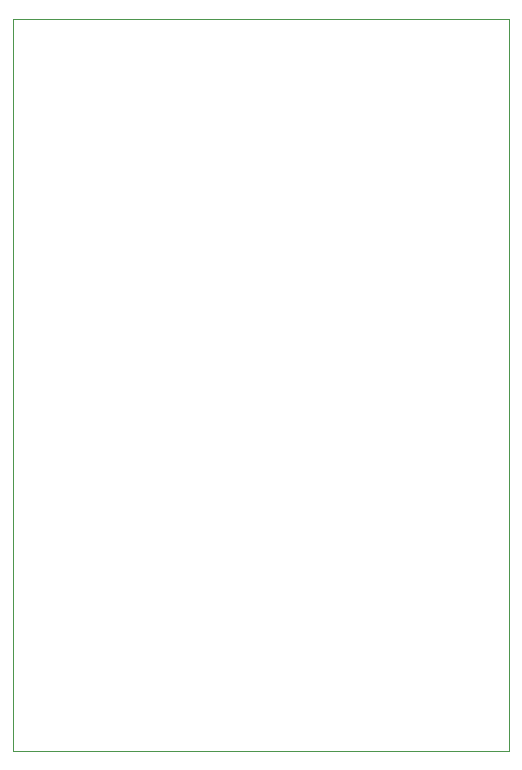
<source format=gbr>
%TF.GenerationSoftware,KiCad,Pcbnew,8.0.8*%
%TF.CreationDate,2025-02-13T16:18:16+00:00*%
%TF.ProjectId,ec30_4x6_jacplane_0.1,65633330-5f34-4783-965f-6a6163706c61,v0.1*%
%TF.SameCoordinates,PX8b3c880PY623a7c0*%
%TF.FileFunction,Other,User*%
%FSLAX46Y46*%
G04 Gerber Fmt 4.6, Leading zero omitted, Abs format (unit mm)*
G04 Created by KiCad (PCBNEW 8.0.8) date 2025-02-13 16:18:16*
%MOMM*%
%LPD*%
G01*
G04 APERTURE LIST*
%ADD10C,0.100000*%
%ADD11C,0.110000*%
%ADD12C,0.120000*%
%ADD13C,0.130000*%
G04 APERTURE END LIST*
D10*
X-21000000Y31000000D02*
X21000000Y31000000D01*
X21000000Y-31000000D01*
X-21000000Y-31000000D01*
X-21000000Y31000000D01*
D11*
%TO.C,JD_PWR*%
X-21000000Y-21000000D02*
X-21000000Y-21000000D01*
D12*
%TO.C,GS\u002A\u002A*%
X21000000Y0D02*
X21000000Y0D01*
D13*
X0Y31000000D02*
X0Y31000000D01*
%TD*%
M02*

</source>
